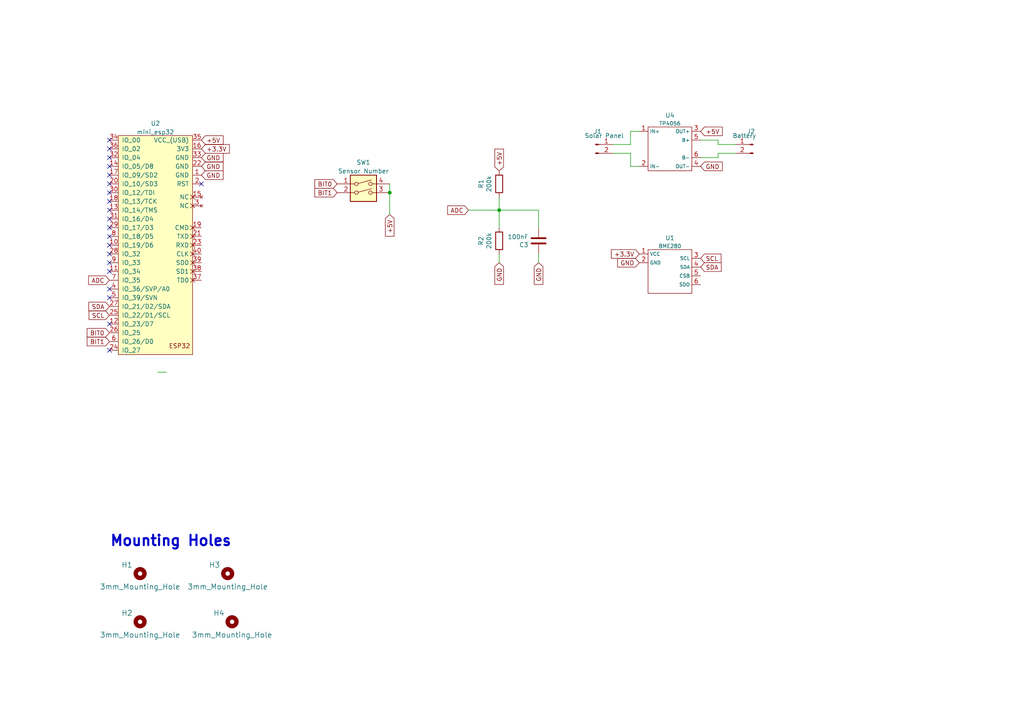
<source format=kicad_sch>
(kicad_sch (version 20211123) (generator eeschema)
  (paper "A4")
  (title_block (title "Weatherstation Sensor") (date "2022-11-14") (rev "A"))
  (lib_symbols
    (symbol "BME280-Module:BME280"
      (property "Reference" "U" (at 1.27 13.97 0))
      (property "Value" "BME280" (at 8.89 13.97 0))
      (symbol "BME280_0_1"
        (rectangle (start 0 12.7) (end 12.7 0))
      )
      (symbol "BME280_1_1"
        (pin power_in line (at -2.54 11.43 0) (length 2.54) (name "VCC") (number "1"))
        (pin power_in line (at -2.54 8.89 0) (length 2.54) (name "GND") (number "2"))
        (pin bidirectional line (at 15.24 10.16 180) (length 2.54) (name "SCL") (number "3"))
        (pin bidirectional line (at 15.24 7.62 180) (length 2.54) (name "SDA") (number "4"))
        (pin bidirectional line (at 15.24 5.08 180) (length 2.54) (name "CSB") (number "5"))
        (pin bidirectional line (at 15.24 2.54 180) (length 2.54) (name "SDO") (number "6"))
      )
    )
    (symbol "Connector:Conn_01x02_Male" (pin_names (offset 1.016) hide)
      (property "Reference" "J" (at 0 2.54 0))
      (property "Value" "Conn_01x02_Male" (at 0 -5.08 0))
      (symbol "Conn_01x02_Male_1_1"
        (polyline (pts (xy 1.27 -2.54) (xy 0.8636 -2.54)) (stroke (width 0.1524)))
        (polyline (pts (xy 1.27 0) (xy 0.8636 0)) (stroke (width 0.1524)))
        (rectangle (start 0.8636 -2.413) (end 0 -2.667) (stroke (width 0.1524)) (fill (type outline)))
        (rectangle (start 0.8636 0.127) (end 0 -0.127) (stroke (width 0.1524)) (fill (type outline)))
        (pin passive line (at 5.08 0 180) (length 3.81) (name "Pin_1") (number "1"))
        (pin passive line (at 5.08 -2.54 180) (length 3.81) (name "Pin_2") (number "2"))
      )
    )
    (symbol "Device:C" (pin_numbers hide) (pin_names (offset 0.254))
      (property "Reference" "C" (at 0.635 2.54 0))
      (property "Value" "C" (at 0.635 -2.54 0))
      (symbol "C_0_1"
        (polyline (pts (xy -2.032 -0.762) (xy 2.032 -0.762)) (stroke (width 0.508)))
        (polyline (pts (xy -2.032 0.762) (xy 2.032 0.762)) (stroke (width 0.508)))
      )
      (symbol "C_1_1"
        (pin passive line (at 0 3.81 270) (length 2.794) (name "~") (number "1"))
        (pin passive line (at 0 -3.81 90) (length 2.794) (name "~") (number "2"))
      )
    )
    (symbol "Device:R" (pin_numbers hide) (pin_names (offset 0))
      (property "Reference" "R" (at 2.032 0 90))
      (property "Value" "R" (at 0 0 90))
      (symbol "R_0_1"
        (rectangle (start -1.016 -2.54) (end 1.016 2.54) (stroke (width 0.254)))
      )
      (symbol "R_1_1"
        (pin passive line (at 0 3.81 270) (length 1.27) (name "~") (number "1"))
        (pin passive line (at 0 -3.81 90) (length 1.27) (name "~") (number "2"))
      )
    )
    (symbol "ESP32_mini:mini_esp32" (pin_names (offset 1.016))
      (property "Reference" "U" (at -7.62 -50.8 0))
      (property "Value" "mini_esp32" (at 5.08 -59.69 0))
      (symbol "mini_esp32_0_0"
        (text "ESP32" (at 7.62 -62.23 0) (effects (font (size 1.27 1.27))))
        (pin power_in line (at 13.97 -12.7 180) (length 2.54) (name "GND") (number "1"))
        (pin input line (at 13.97 -15.24 180) (length 2.54) (name "RST") (number "2"))
        (pin no_connect non_logic (at 13.97 -21.59 180) (length 2.54) (name "NC") (number "3"))
        (pin bidirectional line (at -12.7 -45.72 0) (length 2.54) (name "IO_36/SVP/A0") (number "4"))
        (pin bidirectional line (at -12.7 -48.26 0) (length 2.54) (name "IO_39/SVN") (number "5"))
      )
      (symbol "mini_esp32_0_1"
        (rectangle (start -10.16 -1.27) (end 11.43 -64.77) (fill (type background)))
      )
      (symbol "mini_esp32_1_1"
        (pin bidirectional line (at -12.7 -33.02 0) (length 2.54) (name "IO_19/D6") (number "10"))
        (pin bidirectional line (at -12.7 -40.64 0) (length 2.54) (name "IO_34") (number "11"))
        (pin bidirectional line (at -12.7 -55.88 0) (length 2.54) (name "IO_23/D7") (number "12"))
        (pin bidirectional line (at -12.7 -22.86 0) (length 2.54) (name "IO_14/TMS") (number "13"))
        (pin bidirectional line (at -12.7 -10.16 0) (length 2.54) (name "IO_05/D8") (number "14"))
        (pin no_connect non_logic (at 13.97 -19.05 180) (length 2.54) (name "NC") (number "15"))
        (pin power_in line (at 13.97 -5.08 180) (length 2.54) (name "3V3") (number "16"))
        (pin bidirectional line (at -12.7 -12.7 0) (length 2.54) (name "IO_09/SD2") (number "17"))
        (pin bidirectional line (at -12.7 -20.32 0) (length 2.54) (name "IO_13/TCK") (number "18"))
        (pin passive non_logic (at 13.97 -27.94 180) (length 2.54) (name "CMD") (number "19"))
        (pin bidirectional line (at -12.7 -15.24 0) (length 2.54) (name "IO_10/SD3") (number "20"))
        (pin passive non_logic (at 13.97 -30.48 180) (length 2.54) (name "TXD") (number "21"))
        (pin power_in line (at 13.97 -10.16 180) (length 2.54) (name "GND") (number "22"))
        (pin passive non_logic (at 13.97 -33.02 180) (length 2.54) (name "RXD") (number "23"))
        (pin bidirectional line (at -12.7 -63.5 0) (length 2.54) (name "IO_27") (number "24"))
        (pin bidirectional line (at -12.7 -53.34 0) (length 2.54) (name "IO_22/D1/SCL") (number "25"))
        (pin bidirectional line (at -12.7 -58.42 0) (length 2.54) (name "IO_25") (number "26"))
        (pin bidirectional line (at -12.7 -50.8 0) (length 2.54) (name "IO_21/D2/SDA") (number "27"))
        (pin bidirectional line (at -12.7 -35.56 0) (length 2.54) (name "IO_32") (number "28"))
        (pin bidirectional line (at -12.7 -27.94 0) (length 2.54) (name "IO_17/D3") (number "29"))
        (pin bidirectional line (at -12.7 -17.78 0) (length 2.54) (name "IO_12/TDI") (number "30"))
        (pin bidirectional line (at -12.7 -25.4 0) (length 2.54) (name "IO_16/D4") (number "31"))
        (pin bidirectional line (at -12.7 -7.62 0) (length 2.54) (name "IO_04") (number "32"))
        (pin power_in line (at 13.97 -7.62 180) (length 2.54) (name "GND") (number "33"))
        (pin bidirectional line (at -12.7 -2.54 0) (length 2.54) (name "IO_00") (number "34"))
        (pin power_in line (at 13.97 -2.54 180) (length 2.54) (name "VCC_(USB)") (number "35"))
        (pin bidirectional line (at -12.7 -5.08 0) (length 2.54) (name "IO_02") (number "36"))
        (pin passive non_logic (at 13.97 -43.18 180) (length 2.54) (name "TD0") (number "37"))
        (pin passive non_logic (at 13.97 -40.64 180) (length 2.54) (name "SD1") (number "38"))
        (pin passive non_logic (at 13.97 -38.1 180) (length 2.54) (name "SD0") (number "39"))
        (pin passive non_logic (at 13.97 -35.56 180) (length 2.54) (name "CLK") (number "40"))
        (pin bidirectional line (at -12.7 -60.96 0) (length 2.54) (name "IO_26/D0") (number "6"))
        (pin bidirectional line (at -12.7 -43.18 0) (length 2.54) (name "IO_35") (number "7"))
        (pin bidirectional line (at -12.7 -30.48 0) (length 2.54) (name "IO_18/D5") (number "8"))
        (pin bidirectional line (at -12.7 -38.1 0) (length 2.54) (name "IO_33") (number "9"))
      )
    )
    (symbol "Mechanical:MountingHole" (pin_names (offset 1.016))
      (property "Reference" "H" (at 0 5.08 0))
      (property "Value" "MountingHole" (at 0 3.175 0))
      (symbol "MountingHole_0_1"
        (circle (center 0 0) (radius 1.27) (stroke (width 1.27)))
      )
    )
    (symbol "Switch:SW_DIP_x02" (pin_names (offset 0) hide)
      (property "Reference" "SW" (at 0 6.35 0))
      (property "Value" "SW_DIP_x02" (at 0 -3.81 0))
      (symbol "SW_DIP_x02_0_0"
        (circle (center -2.032 0) (radius 0.508))
        (circle (center -2.032 2.54) (radius 0.508))
        (polyline (pts (xy -1.524 0.127) (xy 2.3622 1.1684)))
        (polyline (pts (xy -1.524 2.667) (xy 2.3622 3.7084)))
        (circle (center 2.032 0) (radius 0.508))
        (circle (center 2.032 2.54) (radius 0.508))
      )
      (symbol "SW_DIP_x02_0_1"
        (rectangle (start -3.81 5.08) (end 3.81 -2.54) (stroke (width 0.254)) (fill (type background)))
      )
      (symbol "SW_DIP_x02_1_1"
        (pin passive line (at -7.62 2.54 0) (length 5.08) (name "~") (number "1"))
        (pin passive line (at -7.62 0 0) (length 5.08) (name "~") (number "2"))
        (pin passive line (at 7.62 0 180) (length 5.08) (name "~") (number "3"))
        (pin passive line (at 7.62 2.54 180) (length 5.08) (name "~") (number "4"))
      )
    )
    (symbol "TP4056:TP4056"
      (property "Reference" "U" (at 1.27 13.97 0))
      (property "Value" "TP4056" (at 8.89 13.97 0))
      (symbol "TP4056_0_1"
        (rectangle (start 0 12.7) (end 12.7 0))
      )
      (symbol "TP4056_1_1"
        (pin input line (at -2.54 11.43 0) (length 2.54) (name "IN+") (number "1"))
        (pin input line (at -2.54 1.27 0) (length 2.54) (name "IN-") (number "2"))
        (pin output line (at 15.24 11.43 180) (length 2.54) (name "OUT+") (number "3"))
        (pin output line (at 15.24 1.27 180) (length 2.54) (name "OUT-") (number "4"))
        (pin bidirectional line (at 15.24 8.89 180) (length 2.54) (name "B+") (number "5"))
        (pin bidirectional line (at 15.24 3.81 180) (length 2.54) (name "B-") (number "6"))
      )
    )
  )
  (junction (at 144.78 60.96))
  (junction (at 113.03 55.88))
  (no_connect (at 31.75 86.36))
  (no_connect (at 31.75 76.2))
  (no_connect (at 31.75 40.64))
  (no_connect (at 363.22 -60.96))
  (no_connect (at 31.75 50.8))
  (no_connect (at 31.75 78.74))
  (no_connect (at 31.75 55.88))
  (no_connect (at 31.75 93.98))
  (no_connect (at 31.75 43.18))
  (no_connect (at 31.75 53.34))
  (no_connect (at 58.42 53.34))
  (no_connect (at 31.75 68.58))
  (no_connect (at 31.75 63.5))
  (no_connect (at 31.75 66.04))
  (no_connect (at 31.75 48.26))
  (no_connect (at 31.75 73.66))
  (no_connect (at 31.75 45.72))
  (no_connect (at 31.75 71.12))
  (no_connect (at 31.75 60.96))
  (no_connect (at 31.75 101.6))
  (no_connect (at 31.75 83.82))
  (no_connect (at 31.75 58.42))
  (wire (pts (xy 177.8 44.45) (xy 182.88 44.45)))
  (wire (pts (xy 144.78 60.96) (xy 144.78 66.04)))
  (wire (pts (xy 113.03 55.88) (xy 113.03 62.23)))
  (wire (pts (xy 208.28 45.72) (xy 208.28 44.45)))
  (wire (pts (xy 208.28 40.64) (xy 208.28 41.91)))
  (wire (pts (xy 208.28 44.45) (xy 213.36 44.45)))
  (wire (pts (xy 182.88 38.1) (xy 185.42 38.1)))
  (wire (pts (xy 135.89 60.96) (xy 144.78 60.96)))
  (wire (pts (xy 113.03 53.34) (xy 113.03 55.88)))
  (wire (pts (xy 208.28 41.91) (xy 213.36 41.91)))
  (wire (pts (xy 144.78 57.15) (xy 144.78 60.96)))
  (wire (pts (xy 182.88 48.26) (xy 185.42 48.26)))
  (wire (pts (xy 144.78 60.96) (xy 156.21 60.96)))
  (wire (pts (xy 203.2 40.64) (xy 208.28 40.64)))
  (wire (pts (xy 156.21 60.96) (xy 156.21 66.04)))
  (wire (pts (xy 182.88 41.91) (xy 182.88 38.1)))
  (wire (pts (xy 45.72 107.95) (xy 48.26 107.95)))
  (wire (pts (xy 182.88 44.45) (xy 182.88 48.26)))
  (wire (pts (xy 203.2 45.72) (xy 208.28 45.72)))
  (wire (pts (xy 177.8 41.91) (xy 182.88 41.91)))
  (wire (pts (xy 156.21 73.66) (xy 156.21 76.2)))
  (wire (pts (xy 144.78 76.2) (xy 144.78 73.66)))
  (text "Mounting Holes" (at 31.75 158.75 0) (effects (font (size 2.9972 2.9972) (thickness 0.5994) bold) (justify left bottom)))
  (global_label "GND" (shape input) (at 203.2 48.26 0) (property "Intersheet References" "${INTERSHEET_REFS}" (effects hide)))
  (global_label "SDA" (shape input) (at 203.2 77.47 0) (property "Intersheet References" "${INTERSHEET_REFS}" (effects hide)))
  (global_label "GND" (shape input) (at 185.42 76.2 180) (property "Intersheet References" "${INTERSHEET_REFS}" (effects hide)))
  (global_label "SCL" (shape input) (at 31.75 91.44 180) (property "Intersheet References" "${INTERSHEET_REFS}" (effects hide)))
  (global_label "GND" (shape input) (at 144.78 76.2 270) (property "Intersheet References" "${INTERSHEET_REFS}" (effects hide)))
  (global_label "SDA" (shape input) (at 31.75 88.9 180) (property "Intersheet References" "${INTERSHEET_REFS}" (effects hide)))
  (global_label "ADC" (shape input) (at 31.75 81.28 180) (property "Intersheet References" "${INTERSHEET_REFS}" (effects hide)))
  (global_label "+5V" (shape input) (at 144.78 49.53 90) (property "Intersheet References" "${INTERSHEET_REFS}" (effects hide)))
  (global_label "SCL" (shape input) (at 203.2 74.93 0) (property "Intersheet References" "${INTERSHEET_REFS}" (effects hide)))
  (global_label "GND" (shape input) (at 58.42 45.72 0) (property "Intersheet References" "${INTERSHEET_REFS}" (effects hide)))
  (global_label "+3.3V" (shape input) (at 58.42 43.18 0) (property "Intersheet References" "${INTERSHEET_REFS}" (effects hide)))
  (global_label "BIT0" (shape input) (at 97.79 53.34 180) (property "Intersheet References" "${INTERSHEET_REFS}" (effects hide)))
  (global_label "ADC" (shape input) (at 135.89 60.96 180) (property "Intersheet References" "${INTERSHEET_REFS}" (effects hide)))
  (global_label "+5V" (shape input) (at 203.2 38.1 0) (property "Intersheet References" "${INTERSHEET_REFS}" (effects hide)))
  (global_label "+5V" (shape input) (at 58.42 40.64 0) (property "Intersheet References" "${INTERSHEET_REFS}" (effects hide)))
  (global_label "+5V" (shape input) (at 113.03 62.23 270) (property "Intersheet References" "${INTERSHEET_REFS}" (effects hide)))
  (global_label "BIT1" (shape input) (at 97.79 55.88 180) (property "Intersheet References" "${INTERSHEET_REFS}" (effects hide)))
  (global_label "GND" (shape input) (at 58.42 50.8 0) (property "Intersheet References" "${INTERSHEET_REFS}" (effects hide)))
  (global_label "BIT0" (shape input) (at 31.75 96.52 180) (property "Intersheet References" "${INTERSHEET_REFS}" (effects hide)))
  (global_label "GND" (shape input) (at 58.42 48.26 0) (property "Intersheet References" "${INTERSHEET_REFS}" (effects hide)))
  (global_label "GND" (shape input) (at 156.21 76.2 270) (property "Intersheet References" "${INTERSHEET_REFS}" (effects hide)))
  (global_label "+3.3V" (shape input) (at 185.42 73.66 180) (property "Intersheet References" "${INTERSHEET_REFS}" (effects hide)))
  (global_label "BIT1" (shape input) (at 31.75 99.06 180) (property "Intersheet References" "${INTERSHEET_REFS}" (effects hide)))
  (symbol (lib_id "Mechanical:MountingHole") (at 40.64 166.37 0) (unit 1)
    (property "Reference" "H1" (at 36.83 163.83 0) (effects (font (size 1.524 1.524))))
    (property "Value" "3mm_Mounting_Hole" (at 40.64 170.18 0) (effects (font (size 1.524 1.524))))
    (property "Footprint" "project_footprints:NPTH_3mm_ID" (effects hide))
  )
  (symbol (lib_id "Mechanical:MountingHole") (at 66.04 166.37 0) (unit 1)
    (property "Reference" "H3" (at 62.23 163.83 0) (effects (font (size 1.524 1.524))))
    (property "Value" "3mm_Mounting_Hole" (at 66.04 170.18 0) (effects (font (size 1.524 1.524))))
    (property "Footprint" "project_footprints:NPTH_3mm_ID" (effects hide))
  )
  (symbol (lib_id "Mechanical:MountingHole") (at 40.64 180.34 0) (unit 1)
    (property "Reference" "H2" (at 36.83 177.8 0) (effects (font (size 1.524 1.524))))
    (property "Value" "3mm_Mounting_Hole" (at 40.64 184.15 0) (effects (font (size 1.524 1.524))))
    (property "Footprint" "project_footprints:NPTH_3mm_ID" (effects hide))
  )
  (symbol (lib_id "Mechanical:MountingHole") (at 67.31 180.34 0) (unit 1)
    (property "Reference" "H4" (at 63.5 177.8 0) (effects (font (size 1.524 1.524))))
    (property "Value" "3mm_Mounting_Hole" (at 67.31 184.15 0) (effects (font (size 1.524 1.524))))
    (property "Footprint" "project_footprints:NPTH_3mm_ID" (effects hide))
  )
  (symbol (lib_id "Device:C") (at 156.21 69.85 180) (unit 1)
    (property "Reference" "C3" (at 153.289 71.0184 0) (effects (justify left)))
    (property "Value" "100nF" (at 153.289 68.707 0) (effects (justify left)))
    (property "Footprint" "Capacitor_THT:C_Disc_D7.0mm_W2.5mm_P5.00mm" (effects hide))
  )
  (symbol (lib_id "BME280-Module:BME280") (at 187.96 85.09 0) (unit 1)
    (property "Reference" "U1" (at 194.31 69.0068 0))
    (property "Value" "BME280" (at 194.31 71.3909 0) (effects (font (size 1.1 1.1))))
    (property "Footprint" "BME280:BME280-Module" (effects hide))
  )
  (symbol (lib_id "Device:R") (at 144.78 69.85 0) (unit 1)
    (property "Reference" "R2" (at 139.5222 69.85 90))
    (property "Value" "200k" (at 141.8336 69.85 90))
    (property "Footprint" "Resistor_THT:R_Axial_DIN0207_L6.3mm_D2.5mm_P10.16mm_Horizontal" (effects hide))
  )
  (symbol (lib_id "Switch:SW_DIP_x02") (at 105.41 55.88 0) (unit 1)
    (property "Reference" "SW1" (at 105.41 47.1002 0))
    (property "Value" "Sensor Number" (at 105.41 49.6371 0))
    (property "Footprint" "Package_DIP:DIP-4_W7.62mm" (effects hide))
  )
  (symbol (lib_id "Connector:Conn_01x02_Male") (at 172.72 41.91 0) (unit 1)
    (property "Reference" "J1" (at 173.355 38.134 0))
    (property "Value" "Solar Panel" (at 175.26 39.37 0))
    (property "Footprint" "Connector_JST:JST_PH_B2B-PH-K_1x02_P2.00mm_Vertical" (effects hide))
  )
  (symbol (lib_id "Connector:Conn_01x02_Male") (at 218.44 41.91 0) (mirror y) (unit 1)
    (property "Reference" "J2" (at 217.805 38.134 0))
    (property "Value" "Battery" (at 215.9 39.37 0))
    (property "Footprint" "Connector_JST:JST_PH_B2B-PH-K_1x02_P2.00mm_Vertical" (effects hide))
  )
  (symbol (lib_id "TP4056:TP4056") (at 187.96 49.53 0) (unit 1)
    (property "Reference" "U4" (at 194.31 33.4468 0))
    (property "Value" "TP4056" (at 194.31 35.8309 0) (effects (font (size 1.1 1.1))))
    (property "Footprint" "TP4056:TP4056-Module" (effects hide))
  )
  (symbol (lib_id "ESP32_mini:mini_esp32") (at 44.45 38.1 0) (unit 1)
    (property "Reference" "U2" (at 45.085 35.7972 0))
    (property "Value" "mini_esp32" (at 45.085 38.3341 0))
    (property "Footprint" "D1 Mini ESP32:ESP32_mini" (effects hide))
  )
  (symbol (lib_id "Device:R") (at 144.78 53.34 0) (unit 1)
    (property "Reference" "R1" (at 139.5222 53.34 90))
    (property "Value" "200k" (at 141.8336 53.34 90))
    (property "Footprint" "Resistor_THT:R_Axial_DIN0207_L6.3mm_D2.5mm_P10.16mm_Horizontal" (effects hide))
  )
)
</source>
